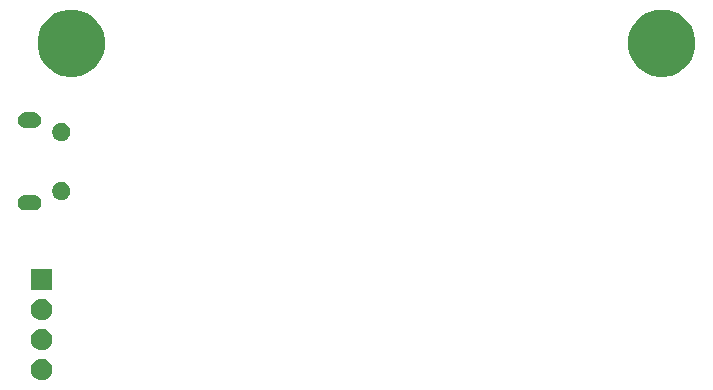
<source format=gbr>
G04 #@! TF.GenerationSoftware,KiCad,Pcbnew,(5.1.6)-1*
G04 #@! TF.CreationDate,2020-10-01T16:15:47+02:00*
G04 #@! TF.ProjectId,8Bit_WiFi_Visualizer,38426974-5f57-4694-9669-5f5669737561,A01*
G04 #@! TF.SameCoordinates,Original*
G04 #@! TF.FileFunction,Soldermask,Bot*
G04 #@! TF.FilePolarity,Negative*
%FSLAX46Y46*%
G04 Gerber Fmt 4.6, Leading zero omitted, Abs format (unit mm)*
G04 Created by KiCad (PCBNEW (5.1.6)-1) date 2020-10-01 16:15:47*
%MOMM*%
%LPD*%
G01*
G04 APERTURE LIST*
%ADD10C,0.100000*%
G04 APERTURE END LIST*
D10*
G36*
X2613512Y-31723927D02*
G01*
X2762812Y-31753624D01*
X2926784Y-31821544D01*
X3074354Y-31920147D01*
X3199853Y-32045646D01*
X3298456Y-32193216D01*
X3366376Y-32357188D01*
X3401000Y-32531259D01*
X3401000Y-32708741D01*
X3366376Y-32882812D01*
X3298456Y-33046784D01*
X3199853Y-33194354D01*
X3074354Y-33319853D01*
X2926784Y-33418456D01*
X2762812Y-33486376D01*
X2613512Y-33516073D01*
X2588742Y-33521000D01*
X2411258Y-33521000D01*
X2386488Y-33516073D01*
X2237188Y-33486376D01*
X2073216Y-33418456D01*
X1925646Y-33319853D01*
X1800147Y-33194354D01*
X1701544Y-33046784D01*
X1633624Y-32882812D01*
X1599000Y-32708741D01*
X1599000Y-32531259D01*
X1633624Y-32357188D01*
X1701544Y-32193216D01*
X1800147Y-32045646D01*
X1925646Y-31920147D01*
X2073216Y-31821544D01*
X2237188Y-31753624D01*
X2386488Y-31723927D01*
X2411258Y-31719000D01*
X2588742Y-31719000D01*
X2613512Y-31723927D01*
G37*
G36*
X2613512Y-29183927D02*
G01*
X2762812Y-29213624D01*
X2926784Y-29281544D01*
X3074354Y-29380147D01*
X3199853Y-29505646D01*
X3298456Y-29653216D01*
X3366376Y-29817188D01*
X3401000Y-29991259D01*
X3401000Y-30168741D01*
X3366376Y-30342812D01*
X3298456Y-30506784D01*
X3199853Y-30654354D01*
X3074354Y-30779853D01*
X2926784Y-30878456D01*
X2762812Y-30946376D01*
X2613512Y-30976073D01*
X2588742Y-30981000D01*
X2411258Y-30981000D01*
X2386488Y-30976073D01*
X2237188Y-30946376D01*
X2073216Y-30878456D01*
X1925646Y-30779853D01*
X1800147Y-30654354D01*
X1701544Y-30506784D01*
X1633624Y-30342812D01*
X1599000Y-30168741D01*
X1599000Y-29991259D01*
X1633624Y-29817188D01*
X1701544Y-29653216D01*
X1800147Y-29505646D01*
X1925646Y-29380147D01*
X2073216Y-29281544D01*
X2237188Y-29213624D01*
X2386488Y-29183927D01*
X2411258Y-29179000D01*
X2588742Y-29179000D01*
X2613512Y-29183927D01*
G37*
G36*
X2613512Y-26643927D02*
G01*
X2762812Y-26673624D01*
X2926784Y-26741544D01*
X3074354Y-26840147D01*
X3199853Y-26965646D01*
X3298456Y-27113216D01*
X3366376Y-27277188D01*
X3401000Y-27451259D01*
X3401000Y-27628741D01*
X3366376Y-27802812D01*
X3298456Y-27966784D01*
X3199853Y-28114354D01*
X3074354Y-28239853D01*
X2926784Y-28338456D01*
X2762812Y-28406376D01*
X2613512Y-28436073D01*
X2588742Y-28441000D01*
X2411258Y-28441000D01*
X2386488Y-28436073D01*
X2237188Y-28406376D01*
X2073216Y-28338456D01*
X1925646Y-28239853D01*
X1800147Y-28114354D01*
X1701544Y-27966784D01*
X1633624Y-27802812D01*
X1599000Y-27628741D01*
X1599000Y-27451259D01*
X1633624Y-27277188D01*
X1701544Y-27113216D01*
X1800147Y-26965646D01*
X1925646Y-26840147D01*
X2073216Y-26741544D01*
X2237188Y-26673624D01*
X2386488Y-26643927D01*
X2411258Y-26639000D01*
X2588742Y-26639000D01*
X2613512Y-26643927D01*
G37*
G36*
X3401000Y-25901000D02*
G01*
X1599000Y-25901000D01*
X1599000Y-24099000D01*
X3401000Y-24099000D01*
X3401000Y-25901000D01*
G37*
G36*
X1876355Y-17852140D02*
G01*
X1940118Y-17858420D01*
X2030904Y-17885960D01*
X2062836Y-17895646D01*
X2175925Y-17956094D01*
X2275054Y-18037446D01*
X2356406Y-18136575D01*
X2416854Y-18249664D01*
X2416855Y-18249668D01*
X2454080Y-18372382D01*
X2466649Y-18500000D01*
X2454080Y-18627618D01*
X2426540Y-18718404D01*
X2416854Y-18750336D01*
X2356406Y-18863425D01*
X2275054Y-18962554D01*
X2175925Y-19043906D01*
X2062836Y-19104354D01*
X2030904Y-19114040D01*
X1940118Y-19141580D01*
X1876355Y-19147860D01*
X1844474Y-19151000D01*
X1080526Y-19151000D01*
X1048645Y-19147860D01*
X984882Y-19141580D01*
X894096Y-19114040D01*
X862164Y-19104354D01*
X749075Y-19043906D01*
X649946Y-18962554D01*
X568594Y-18863425D01*
X508146Y-18750336D01*
X498460Y-18718404D01*
X470920Y-18627618D01*
X458351Y-18500000D01*
X470920Y-18372382D01*
X508145Y-18249668D01*
X508146Y-18249664D01*
X568594Y-18136575D01*
X649946Y-18037446D01*
X749075Y-17956094D01*
X862164Y-17895646D01*
X894096Y-17885960D01*
X984882Y-17858420D01*
X1048645Y-17852140D01*
X1080526Y-17849000D01*
X1844474Y-17849000D01*
X1876355Y-17852140D01*
G37*
G36*
X4388848Y-16753820D02*
G01*
X4388850Y-16753821D01*
X4388851Y-16753821D01*
X4530074Y-16812317D01*
X4530077Y-16812319D01*
X4657169Y-16897239D01*
X4765261Y-17005331D01*
X4850181Y-17132423D01*
X4850183Y-17132426D01*
X4908679Y-17273649D01*
X4938500Y-17423571D01*
X4938500Y-17576429D01*
X4908679Y-17726351D01*
X4850183Y-17867574D01*
X4850181Y-17867577D01*
X4765261Y-17994669D01*
X4657169Y-18102761D01*
X4530077Y-18187681D01*
X4530074Y-18187683D01*
X4388851Y-18246179D01*
X4388850Y-18246179D01*
X4388848Y-18246180D01*
X4238931Y-18276000D01*
X4086069Y-18276000D01*
X3936152Y-18246180D01*
X3936150Y-18246179D01*
X3936149Y-18246179D01*
X3794926Y-18187683D01*
X3794923Y-18187681D01*
X3667831Y-18102761D01*
X3559739Y-17994669D01*
X3474819Y-17867577D01*
X3474817Y-17867574D01*
X3416321Y-17726351D01*
X3386500Y-17576429D01*
X3386500Y-17423571D01*
X3416321Y-17273649D01*
X3474817Y-17132426D01*
X3474819Y-17132423D01*
X3559739Y-17005331D01*
X3667831Y-16897239D01*
X3794923Y-16812319D01*
X3794926Y-16812317D01*
X3936149Y-16753821D01*
X3936150Y-16753821D01*
X3936152Y-16753820D01*
X4086069Y-16724000D01*
X4238931Y-16724000D01*
X4388848Y-16753820D01*
G37*
G36*
X4388848Y-11753820D02*
G01*
X4388850Y-11753821D01*
X4388851Y-11753821D01*
X4530074Y-11812317D01*
X4530077Y-11812319D01*
X4657169Y-11897239D01*
X4765261Y-12005331D01*
X4850181Y-12132423D01*
X4850183Y-12132426D01*
X4908679Y-12273649D01*
X4938500Y-12423571D01*
X4938500Y-12576429D01*
X4908679Y-12726351D01*
X4850183Y-12867574D01*
X4850181Y-12867577D01*
X4765261Y-12994669D01*
X4657169Y-13102761D01*
X4530077Y-13187681D01*
X4530074Y-13187683D01*
X4388851Y-13246179D01*
X4388850Y-13246179D01*
X4388848Y-13246180D01*
X4238931Y-13276000D01*
X4086069Y-13276000D01*
X3936152Y-13246180D01*
X3936150Y-13246179D01*
X3936149Y-13246179D01*
X3794926Y-13187683D01*
X3794923Y-13187681D01*
X3667831Y-13102761D01*
X3559739Y-12994669D01*
X3474819Y-12867577D01*
X3474817Y-12867574D01*
X3416321Y-12726351D01*
X3386500Y-12576429D01*
X3386500Y-12423571D01*
X3416321Y-12273649D01*
X3474817Y-12132426D01*
X3474819Y-12132423D01*
X3559739Y-12005331D01*
X3667831Y-11897239D01*
X3794923Y-11812319D01*
X3794926Y-11812317D01*
X3936149Y-11753821D01*
X3936150Y-11753821D01*
X3936152Y-11753820D01*
X4086069Y-11724000D01*
X4238931Y-11724000D01*
X4388848Y-11753820D01*
G37*
G36*
X1876355Y-10852140D02*
G01*
X1940118Y-10858420D01*
X2030904Y-10885960D01*
X2062836Y-10895646D01*
X2175925Y-10956094D01*
X2275054Y-11037446D01*
X2356406Y-11136575D01*
X2416854Y-11249664D01*
X2416855Y-11249668D01*
X2454080Y-11372382D01*
X2466649Y-11500000D01*
X2454080Y-11627618D01*
X2426540Y-11718404D01*
X2416854Y-11750336D01*
X2356406Y-11863425D01*
X2275054Y-11962554D01*
X2175925Y-12043906D01*
X2062836Y-12104354D01*
X2030904Y-12114040D01*
X1940118Y-12141580D01*
X1876355Y-12147860D01*
X1844474Y-12151000D01*
X1080526Y-12151000D01*
X1048645Y-12147860D01*
X984882Y-12141580D01*
X894096Y-12114040D01*
X862164Y-12104354D01*
X749075Y-12043906D01*
X649946Y-11962554D01*
X568594Y-11863425D01*
X508146Y-11750336D01*
X498460Y-11718404D01*
X470920Y-11627618D01*
X458351Y-11500000D01*
X470920Y-11372382D01*
X508145Y-11249668D01*
X508146Y-11249664D01*
X568594Y-11136575D01*
X649946Y-11037446D01*
X749075Y-10956094D01*
X862164Y-10895646D01*
X894096Y-10885960D01*
X984882Y-10858420D01*
X1048645Y-10852140D01*
X1080526Y-10849000D01*
X1844474Y-10849000D01*
X1876355Y-10852140D01*
G37*
G36*
X55556202Y-2203781D02*
G01*
X55831606Y-2258562D01*
X56350455Y-2473476D01*
X56817407Y-2785484D01*
X57214516Y-3182593D01*
X57526524Y-3649545D01*
X57741438Y-4168394D01*
X57851000Y-4719201D01*
X57851000Y-5280799D01*
X57741438Y-5831606D01*
X57526524Y-6350455D01*
X57214516Y-6817407D01*
X56817407Y-7214516D01*
X56350455Y-7526524D01*
X55831606Y-7741438D01*
X55556202Y-7796219D01*
X55280800Y-7851000D01*
X54719200Y-7851000D01*
X54443798Y-7796219D01*
X54168394Y-7741438D01*
X53649545Y-7526524D01*
X53182593Y-7214516D01*
X52785484Y-6817407D01*
X52473476Y-6350455D01*
X52258562Y-5831606D01*
X52149000Y-5280799D01*
X52149000Y-4719201D01*
X52258562Y-4168394D01*
X52473476Y-3649545D01*
X52785484Y-3182593D01*
X53182593Y-2785484D01*
X53649545Y-2473476D01*
X54168394Y-2258562D01*
X54443798Y-2203781D01*
X54719200Y-2149000D01*
X55280800Y-2149000D01*
X55556202Y-2203781D01*
G37*
G36*
X5831606Y-2258562D02*
G01*
X6350455Y-2473476D01*
X6817407Y-2785484D01*
X7214516Y-3182593D01*
X7526524Y-3649545D01*
X7741438Y-4168394D01*
X7851000Y-4719201D01*
X7851000Y-5280799D01*
X7741438Y-5831606D01*
X7526524Y-6350455D01*
X7214516Y-6817407D01*
X6817407Y-7214516D01*
X6350455Y-7526524D01*
X5831606Y-7741438D01*
X5556202Y-7796219D01*
X5280800Y-7851000D01*
X4719200Y-7851000D01*
X4443798Y-7796219D01*
X4168394Y-7741438D01*
X3649545Y-7526524D01*
X3182593Y-7214516D01*
X2785484Y-6817407D01*
X2473476Y-6350455D01*
X2258562Y-5831606D01*
X2149000Y-5280799D01*
X2149000Y-4719201D01*
X2258562Y-4168394D01*
X2473476Y-3649545D01*
X2785484Y-3182593D01*
X3182593Y-2785484D01*
X3649545Y-2473476D01*
X4168394Y-2258562D01*
X4719200Y-2149000D01*
X5280800Y-2149000D01*
X5831606Y-2258562D01*
G37*
M02*

</source>
